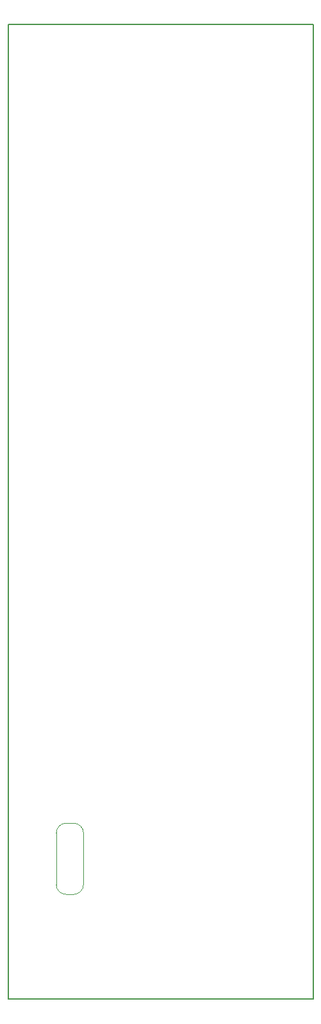
<source format=gbr>
G04 #@! TF.GenerationSoftware,KiCad,Pcbnew,8.0.4*
G04 #@! TF.CreationDate,2024-08-06T17:15:25+01:00*
G04 #@! TF.ProjectId,MidiMonger_panel,4d696469-4d6f-46e6-9765-725f70616e65,rev?*
G04 #@! TF.SameCoordinates,Original*
G04 #@! TF.FileFunction,Profile,NP*
%FSLAX46Y46*%
G04 Gerber Fmt 4.6, Leading zero omitted, Abs format (unit mm)*
G04 Created by KiCad (PCBNEW 8.0.4) date 2024-08-06 17:15:25*
%MOMM*%
%LPD*%
G01*
G04 APERTURE LIST*
G04 #@! TA.AperFunction,Profile*
%ADD10C,0.150000*%
G04 #@! TD*
G04 #@! TA.AperFunction,Profile*
%ADD11C,0.120000*%
G04 #@! TD*
G04 APERTURE END LIST*
D10*
X140150000Y-35000000D02*
X140150000Y-163500000D01*
X99850000Y-163500000D02*
X140150000Y-163500000D01*
X99850000Y-35000000D02*
X99850000Y-163500000D01*
X99850000Y-35000000D02*
X140150000Y-35000000D01*
D11*
X106200000Y-148400000D02*
X106200000Y-141600000D01*
X107500000Y-149700000D02*
X108500000Y-149700000D01*
X108500000Y-140300000D02*
X107500000Y-140300000D01*
X109800000Y-148380000D02*
X109800000Y-141620000D01*
X106200000Y-141600000D02*
G75*
G02*
X107500000Y-140300000I1319240J-19240D01*
G01*
X107500000Y-149700000D02*
G75*
G02*
X106200000Y-148400000I-1J1299999D01*
G01*
X108500000Y-140300000D02*
G75*
G02*
X109800140Y-141619239I-19240J-1319240D01*
G01*
X109800140Y-148380761D02*
G75*
G02*
X108500000Y-149700000I-1319378J-1D01*
G01*
M02*

</source>
